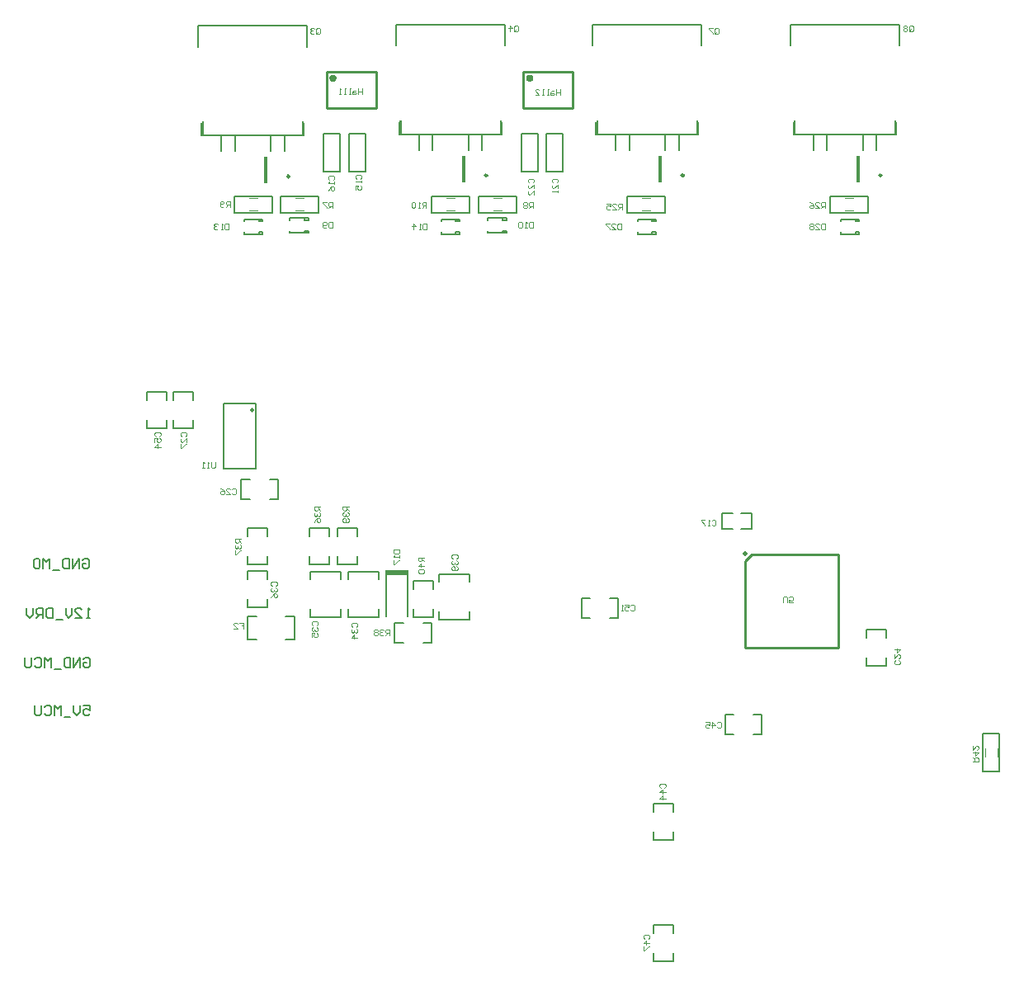
<source format=gbo>
G04 Layer_Color=32896*
%FSLAX44Y44*%
%MOMM*%
G71*
G01*
G75*
%ADD39C,0.5080*%
%ADD40C,0.2540*%
%ADD72C,0.2500*%
%ADD74C,0.1270*%
%ADD76C,0.1000*%
%ADD77C,0.7620*%
%ADD78C,0.2000*%
%ADD79C,0.1778*%
%ADD81C,0.1016*%
%ADD82R,0.3500X2.8000*%
%ADD138R,2.3368X0.5080*%
D39*
X-242478Y433928D02*
X-242351D01*
D40*
X-242097Y338043D02*
Y339694D01*
Y338043D02*
X-147609D01*
X-146720D01*
X-146593Y338170D01*
Y433293D01*
X-242097Y338297D02*
Y426181D01*
X-234985Y433293D01*
X-234731D01*
X-234223Y433674D02*
X-146974D01*
X-146593Y433293D01*
X-469750Y928878D02*
X-418950D01*
Y891032D02*
Y928878D01*
X-469750Y891032D02*
X-418950D01*
X-469750D02*
Y928878D01*
X-671680D02*
X-620880D01*
Y891032D02*
Y928878D01*
X-671680Y891032D02*
X-620880D01*
X-671680D02*
Y928878D01*
D72*
X-746780Y581640D02*
G03*
X-746780Y581640I-1250J0D01*
G01*
X-709618Y821256D02*
G03*
X-709618Y821256I-1250J0D01*
G01*
X-506672Y822272D02*
G03*
X-506672Y822272I-1250J0D01*
G01*
X-304996D02*
G03*
X-304996Y822272I-1250J0D01*
G01*
X-102050D02*
G03*
X-102050Y822272I-1250J0D01*
G01*
D74*
X-563984Y783844D02*
X-525122D01*
X-563984D02*
Y800862D01*
X-525122D01*
Y783844D02*
Y800862D01*
X-446636Y826262D02*
Y865124D01*
X-429618D01*
Y826262D02*
Y865124D01*
X-446636Y826262D02*
X-429618D01*
X-472036D02*
Y865124D01*
X-455018D01*
Y826262D02*
Y865124D01*
X-472036Y826262D02*
X-455018D01*
X-648566D02*
Y865124D01*
X-631548D01*
Y826262D02*
Y865124D01*
X-648566Y826262D02*
X-631548D01*
X-675236D02*
Y865124D01*
X-658218D01*
Y826262D02*
Y865124D01*
X-675236Y826262D02*
X-658218D01*
X-116182Y783844D02*
Y800862D01*
X-155044D02*
X-116182D01*
X-155044Y783844D02*
Y800862D01*
Y783844D02*
X-116182D01*
X-727129D02*
Y800862D01*
X-765991D02*
X-727129D01*
X-765991Y783844D02*
Y800862D01*
Y783844D02*
X-727129D01*
X-515978Y784098D02*
Y801116D01*
Y784098D02*
X-477116D01*
Y801116D01*
X-515978D02*
X-477116D01*
X-719178Y784098D02*
Y801116D01*
Y784098D02*
X-680316D01*
Y801116D01*
X-719178D02*
X-680316D01*
X-695986Y863062D02*
X-695886D01*
X-798586D02*
Y877562D01*
Y863062D02*
X-695986D01*
X-714936Y847062D02*
Y863062D01*
X-798686D02*
X-798586D01*
X-765736Y847062D02*
Y863062D01*
X-728836Y847062D02*
Y863062D01*
X-695986D02*
Y877562D01*
X-798686Y863062D02*
Y877562D01*
X-779636Y847062D02*
Y863062D01*
X-576690Y848078D02*
Y864078D01*
X-595740D02*
Y878578D01*
X-493040Y864078D02*
Y878578D01*
X-525890Y848078D02*
Y864078D01*
X-562790Y848078D02*
Y864078D01*
X-595740D02*
X-595640D01*
X-511990Y848078D02*
Y864078D01*
X-595640D02*
X-493040D01*
X-595640D02*
Y878578D01*
X-493040Y864078D02*
X-492940D01*
X-291364D02*
X-291264D01*
X-393964D02*
Y878578D01*
Y864078D02*
X-291364D01*
X-310314Y848078D02*
Y864078D01*
X-394064D02*
X-393964D01*
X-361114Y848078D02*
Y864078D01*
X-324214Y848078D02*
Y864078D01*
X-291364D02*
Y878578D01*
X-394064Y864078D02*
Y878578D01*
X-375014Y848078D02*
Y864078D01*
X-172068Y848078D02*
Y864078D01*
X-191118D02*
Y878578D01*
X-88418Y864078D02*
Y878578D01*
X-121268Y848078D02*
Y864078D01*
X-158168Y848078D02*
Y864078D01*
X-191118D02*
X-191018D01*
X-107368Y848078D02*
Y864078D01*
X-191018D02*
X-88418D01*
X-191018D02*
Y878578D01*
X-88418Y864078D02*
X-88318D01*
X-324462Y783844D02*
Y800862D01*
X-363324D02*
X-324462D01*
X-363324Y783844D02*
Y800862D01*
Y783844D02*
X-324462D01*
X18796Y210566D02*
Y249428D01*
X1778Y210566D02*
X18796D01*
X1778D02*
Y249428D01*
X18796D01*
X-921065Y277967D02*
X-914400D01*
Y272968D01*
X-917732Y274634D01*
X-919398D01*
X-921065Y272968D01*
Y269636D01*
X-919398Y267970D01*
X-916066D01*
X-914400Y269636D01*
X-924397Y277967D02*
Y271302D01*
X-927729Y267970D01*
X-931061Y271302D01*
Y277967D01*
X-934394Y266304D02*
X-941058D01*
X-944390Y267970D02*
Y277967D01*
X-947723Y274634D01*
X-951055Y277967D01*
Y267970D01*
X-961052Y276301D02*
X-959386Y277967D01*
X-956053D01*
X-954387Y276301D01*
Y269636D01*
X-956053Y267970D01*
X-959386D01*
X-961052Y269636D01*
X-964384Y277967D02*
Y269636D01*
X-966050Y267970D01*
X-969382D01*
X-971048Y269636D01*
Y277967D01*
X-921065Y325831D02*
X-919398Y327497D01*
X-916066D01*
X-914400Y325831D01*
Y319166D01*
X-916066Y317500D01*
X-919398D01*
X-921065Y319166D01*
Y322498D01*
X-917732D01*
X-924397Y317500D02*
Y327497D01*
X-931061Y317500D01*
Y327497D01*
X-934394D02*
Y317500D01*
X-939392D01*
X-941058Y319166D01*
Y325831D01*
X-939392Y327497D01*
X-934394D01*
X-944390Y315834D02*
X-951055D01*
X-954387Y317500D02*
Y327497D01*
X-957719Y324165D01*
X-961052Y327497D01*
Y317500D01*
X-971048Y325831D02*
X-969382Y327497D01*
X-966050D01*
X-964384Y325831D01*
Y319166D01*
X-966050Y317500D01*
X-969382D01*
X-971048Y319166D01*
X-974381Y327497D02*
Y319166D01*
X-976047Y317500D01*
X-979379D01*
X-981045Y319166D01*
Y327497D01*
X-914400Y368300D02*
X-917732D01*
X-916066D01*
Y378297D01*
X-914400Y376631D01*
X-929395Y368300D02*
X-922731D01*
X-929395Y374964D01*
Y376631D01*
X-927729Y378297D01*
X-924397D01*
X-922731Y376631D01*
X-932727Y378297D02*
Y371632D01*
X-936060Y368300D01*
X-939392Y371632D01*
Y378297D01*
X-942724Y366634D02*
X-949389D01*
X-952721Y378297D02*
Y368300D01*
X-957719D01*
X-959386Y369966D01*
Y376631D01*
X-957719Y378297D01*
X-952721D01*
X-962718Y368300D02*
Y378297D01*
X-967716D01*
X-969382Y376631D01*
Y373298D01*
X-967716Y371632D01*
X-962718D01*
X-966050D02*
X-969382Y368300D01*
X-972714Y378297D02*
Y371632D01*
X-976047Y368300D01*
X-979379Y371632D01*
Y378297D01*
X-922335Y427431D02*
X-920668Y429097D01*
X-917336D01*
X-915670Y427431D01*
Y420766D01*
X-917336Y419100D01*
X-920668D01*
X-922335Y420766D01*
Y424098D01*
X-919002D01*
X-925667Y419100D02*
Y429097D01*
X-932331Y419100D01*
Y429097D01*
X-935664D02*
Y419100D01*
X-940662D01*
X-942328Y420766D01*
Y427431D01*
X-940662Y429097D01*
X-935664D01*
X-945660Y417434D02*
X-952325D01*
X-955657Y419100D02*
Y429097D01*
X-958989Y425765D01*
X-962322Y429097D01*
Y419100D01*
X-970652Y429097D02*
X-967320D01*
X-965654Y427431D01*
Y420766D01*
X-967320Y419100D01*
X-970652D01*
X-972318Y420766D01*
Y427431D01*
X-970652Y429097D01*
D76*
X-786130Y527968D02*
Y522970D01*
X-787130Y521970D01*
X-789129D01*
X-790129Y522970D01*
Y527968D01*
X-792128Y521970D02*
X-794127D01*
X-793128D01*
Y527968D01*
X-792128Y526968D01*
X-797126Y521970D02*
X-799126D01*
X-798126D01*
Y527968D01*
X-797126Y526968D01*
X-847008Y554801D02*
X-848008Y555801D01*
Y557800D01*
X-847008Y558800D01*
X-843010D01*
X-842010Y557800D01*
Y555801D01*
X-843010Y554801D01*
X-848008Y548803D02*
Y552802D01*
X-845009D01*
X-846009Y550803D01*
Y549803D01*
X-845009Y548803D01*
X-843010D01*
X-842010Y549803D01*
Y551802D01*
X-843010Y552802D01*
X-842010Y543805D02*
X-848008D01*
X-845009Y546804D01*
Y542805D01*
X-820338Y554801D02*
X-821338Y555801D01*
Y557800D01*
X-820338Y558800D01*
X-816340D01*
X-815340Y557800D01*
Y555801D01*
X-816340Y554801D01*
X-815340Y548803D02*
Y552802D01*
X-819339Y548803D01*
X-820338D01*
X-821338Y549803D01*
Y551802D01*
X-820338Y552802D01*
X-821338Y546804D02*
Y542805D01*
X-820338D01*
X-816340Y546804D01*
X-815340D01*
X-768539Y500298D02*
X-767539Y501298D01*
X-765540D01*
X-764540Y500298D01*
Y496300D01*
X-765540Y495300D01*
X-767539D01*
X-768539Y496300D01*
X-774537Y495300D02*
X-770538D01*
X-774537Y499299D01*
Y500298D01*
X-773537Y501298D01*
X-771538D01*
X-770538Y500298D01*
X-780535Y501298D02*
X-778536Y500298D01*
X-776536Y498299D01*
Y496300D01*
X-777536Y495300D01*
X-779535D01*
X-780535Y496300D01*
Y497299D01*
X-779535Y498299D01*
X-776536D01*
X-571770Y430260D02*
X-577768D01*
Y427261D01*
X-576768Y426261D01*
X-574769D01*
X-573769Y427261D01*
Y430260D01*
Y428261D02*
X-571770Y426261D01*
Y421263D02*
X-577768D01*
X-574769Y424262D01*
Y420263D01*
X-576768Y418264D02*
X-577768Y417264D01*
Y415265D01*
X-576768Y414265D01*
X-572770D01*
X-571770Y415265D01*
Y417264D01*
X-572770Y418264D01*
X-576768D01*
X-607060Y350520D02*
Y356518D01*
X-610059D01*
X-611059Y355518D01*
Y353519D01*
X-610059Y352519D01*
X-607060D01*
X-609059D02*
X-611059Y350520D01*
X-613058Y355518D02*
X-614058Y356518D01*
X-616057D01*
X-617057Y355518D01*
Y354519D01*
X-616057Y353519D01*
X-615057D01*
X-616057D01*
X-617057Y352519D01*
Y351520D01*
X-616057Y350520D01*
X-614058D01*
X-613058Y351520D01*
X-619056Y355518D02*
X-620056Y356518D01*
X-622055D01*
X-623055Y355518D01*
Y354519D01*
X-622055Y353519D01*
X-623055Y352519D01*
Y351520D01*
X-622055Y350520D01*
X-620056D01*
X-619056Y351520D01*
Y352519D01*
X-620056Y353519D01*
X-619056Y354519D01*
Y355518D01*
X-620056Y353519D02*
X-622055D01*
X-685718Y360491D02*
X-686718Y361491D01*
Y363490D01*
X-685718Y364490D01*
X-681720D01*
X-680720Y363490D01*
Y361491D01*
X-681720Y360491D01*
X-685718Y358492D02*
X-686718Y357492D01*
Y355493D01*
X-685718Y354493D01*
X-684719D01*
X-683719Y355493D01*
Y356493D01*
Y355493D01*
X-682719Y354493D01*
X-681720D01*
X-680720Y355493D01*
Y357492D01*
X-681720Y358492D01*
X-686718Y348495D02*
Y352494D01*
X-683719D01*
X-684719Y350494D01*
Y349495D01*
X-683719Y348495D01*
X-681720D01*
X-680720Y349495D01*
Y351494D01*
X-681720Y352494D01*
X-645078Y359221D02*
X-646078Y360221D01*
Y362220D01*
X-645078Y363220D01*
X-641080D01*
X-640080Y362220D01*
Y360221D01*
X-641080Y359221D01*
X-645078Y357222D02*
X-646078Y356222D01*
Y354223D01*
X-645078Y353223D01*
X-644079D01*
X-643079Y354223D01*
Y355223D01*
Y354223D01*
X-642079Y353223D01*
X-641080D01*
X-640080Y354223D01*
Y356222D01*
X-641080Y357222D01*
X-640080Y348225D02*
X-646078D01*
X-643079Y351224D01*
Y347225D01*
X-602898Y438150D02*
X-596900D01*
Y435151D01*
X-597900Y434151D01*
X-601898D01*
X-602898Y435151D01*
Y438150D01*
X-596900Y432152D02*
Y430153D01*
Y431152D01*
X-602898D01*
X-601898Y432152D01*
X-602898Y427154D02*
Y423155D01*
X-601898D01*
X-597900Y427154D01*
X-596900D01*
X-8890Y220980D02*
X-2892D01*
Y223979D01*
X-3892Y224979D01*
X-5891D01*
X-6891Y223979D01*
Y220980D01*
Y222979D02*
X-8890Y224979D01*
Y229977D02*
X-2892D01*
X-5891Y226978D01*
Y230977D01*
X-8890Y236975D02*
Y232976D01*
X-4891Y236975D01*
X-3892D01*
X-2892Y235975D01*
Y233976D01*
X-3892Y232976D01*
X-345358Y39181D02*
X-346358Y40181D01*
Y42180D01*
X-345358Y43180D01*
X-341360D01*
X-340360Y42180D01*
Y40181D01*
X-341360Y39181D01*
X-340360Y34183D02*
X-346358D01*
X-343359Y37182D01*
Y33183D01*
X-346358Y31184D02*
Y27185D01*
X-345358D01*
X-341360Y31184D01*
X-340360D01*
X-270699Y260268D02*
X-269699Y261268D01*
X-267700D01*
X-266700Y260268D01*
Y256270D01*
X-267700Y255270D01*
X-269699D01*
X-270699Y256270D01*
X-275697Y255270D02*
Y261268D01*
X-272698Y258269D01*
X-276697D01*
X-282695Y261268D02*
X-278696D01*
Y258269D01*
X-280695Y259269D01*
X-281695D01*
X-282695Y258269D01*
Y256270D01*
X-281695Y255270D01*
X-279696D01*
X-278696Y256270D01*
X-328848Y194121D02*
X-329848Y195121D01*
Y197120D01*
X-328848Y198120D01*
X-324850D01*
X-323850Y197120D01*
Y195121D01*
X-324850Y194121D01*
X-323850Y189123D02*
X-329848D01*
X-326849Y192122D01*
Y188123D01*
X-323850Y183125D02*
X-329848D01*
X-326849Y186124D01*
Y182125D01*
X-203200Y383892D02*
Y388890D01*
X-202200Y389890D01*
X-200201D01*
X-199201Y388890D01*
Y383892D01*
X-193203D02*
X-197202D01*
Y386891D01*
X-195203Y385891D01*
X-194203D01*
X-193203Y386891D01*
Y388890D01*
X-194203Y389890D01*
X-196202D01*
X-197202Y388890D01*
X-84283Y324674D02*
X-83283Y323674D01*
Y321675D01*
X-84283Y320675D01*
X-88281D01*
X-89281Y321675D01*
Y323674D01*
X-88281Y324674D01*
X-89281Y330672D02*
Y326673D01*
X-85282Y330672D01*
X-84283D01*
X-83283Y329672D01*
Y327673D01*
X-84283Y326673D01*
X-89281Y335670D02*
X-83283D01*
X-86282Y332671D01*
Y336670D01*
X-276319Y467818D02*
X-275319Y468818D01*
X-273320D01*
X-272320Y467818D01*
Y463820D01*
X-273320Y462820D01*
X-275319D01*
X-276319Y463820D01*
X-278318Y462820D02*
X-280317D01*
X-279318D01*
Y468818D01*
X-278318Y467818D01*
X-283316Y468818D02*
X-287315D01*
Y467818D01*
X-283316Y463820D01*
Y462820D01*
X-369110Y772618D02*
Y766620D01*
X-372109D01*
X-373109Y767620D01*
Y771618D01*
X-372109Y772618D01*
X-369110D01*
X-379107Y766620D02*
X-375108D01*
X-379107Y770619D01*
Y771618D01*
X-378107Y772618D01*
X-376108D01*
X-375108Y771618D01*
X-381106Y772618D02*
X-385105D01*
Y771618D01*
X-381106Y767620D01*
Y766620D01*
X-160020Y773078D02*
Y767080D01*
X-163019D01*
X-164019Y768080D01*
Y772078D01*
X-163019Y773078D01*
X-160020D01*
X-170017Y767080D02*
X-166018D01*
X-170017Y771079D01*
Y772078D01*
X-169017Y773078D01*
X-167018D01*
X-166018Y772078D01*
X-172016D02*
X-173016Y773078D01*
X-175015D01*
X-176015Y772078D01*
Y771079D01*
X-175015Y770079D01*
X-176015Y769079D01*
Y768080D01*
X-175015Y767080D01*
X-173016D01*
X-172016Y768080D01*
Y769079D01*
X-173016Y770079D01*
X-172016Y771079D01*
Y772078D01*
X-173016Y770079D02*
X-175015D01*
X-648970Y482600D02*
X-654968D01*
Y479601D01*
X-653968Y478601D01*
X-651969D01*
X-650969Y479601D01*
Y482600D01*
Y480601D02*
X-648970Y478601D01*
X-653968Y476602D02*
X-654968Y475602D01*
Y473603D01*
X-653968Y472603D01*
X-652969D01*
X-651969Y473603D01*
Y474603D01*
Y473603D01*
X-650969Y472603D01*
X-649970D01*
X-648970Y473603D01*
Y475602D01*
X-649970Y476602D01*
Y470604D02*
X-648970Y469604D01*
Y467605D01*
X-649970Y466605D01*
X-653968D01*
X-654968Y467605D01*
Y469604D01*
X-653968Y470604D01*
X-652969D01*
X-651969Y469604D01*
Y466605D01*
X-759460Y449580D02*
X-765458D01*
Y446581D01*
X-764458Y445581D01*
X-762459D01*
X-761459Y446581D01*
Y449580D01*
Y447581D02*
X-759460Y445581D01*
X-764458Y443582D02*
X-765458Y442582D01*
Y440583D01*
X-764458Y439583D01*
X-763459D01*
X-762459Y440583D01*
Y441583D01*
Y440583D01*
X-761459Y439583D01*
X-760460D01*
X-759460Y440583D01*
Y442582D01*
X-760460Y443582D01*
X-765458Y437584D02*
Y433585D01*
X-764458D01*
X-760460Y437584D01*
X-759460D01*
X-678180Y482600D02*
X-684178D01*
Y479601D01*
X-683178Y478601D01*
X-681179D01*
X-680179Y479601D01*
Y482600D01*
Y480601D02*
X-678180Y478601D01*
X-683178Y476602D02*
X-684178Y475602D01*
Y473603D01*
X-683178Y472603D01*
X-682179D01*
X-681179Y473603D01*
Y474603D01*
Y473603D01*
X-680179Y472603D01*
X-679180D01*
X-678180Y473603D01*
Y475602D01*
X-679180Y476602D01*
X-684178Y466605D02*
X-683178Y468605D01*
X-681179Y470604D01*
X-679180D01*
X-678180Y469604D01*
Y467605D01*
X-679180Y466605D01*
X-680179D01*
X-681179Y467605D01*
Y470604D01*
X-760999Y363328D02*
X-757000D01*
Y360329D01*
X-758999D01*
X-757000D01*
Y357330D01*
X-766997D02*
X-762998D01*
X-766997Y361329D01*
Y362328D01*
X-765997Y363328D01*
X-763998D01*
X-762998Y362328D01*
X-727628Y401131D02*
X-728628Y402131D01*
Y404130D01*
X-727628Y405130D01*
X-723630D01*
X-722630Y404130D01*
Y402131D01*
X-723630Y401131D01*
X-727628Y399132D02*
X-728628Y398132D01*
Y396133D01*
X-727628Y395133D01*
X-726629D01*
X-725629Y396133D01*
Y397133D01*
Y396133D01*
X-724629Y395133D01*
X-723630D01*
X-722630Y396133D01*
Y398132D01*
X-723630Y399132D01*
X-728628Y389135D02*
X-727628Y391134D01*
X-725629Y393134D01*
X-723630D01*
X-722630Y392134D01*
Y390135D01*
X-723630Y389135D01*
X-724629D01*
X-725629Y390135D01*
Y393134D01*
X-542208Y429071D02*
X-543208Y430071D01*
Y432070D01*
X-542208Y433070D01*
X-538210D01*
X-537210Y432070D01*
Y430071D01*
X-538210Y429071D01*
X-542208Y427072D02*
X-543208Y426072D01*
Y424073D01*
X-542208Y423073D01*
X-541209D01*
X-540209Y424073D01*
Y425073D01*
Y424073D01*
X-539209Y423073D01*
X-538210D01*
X-537210Y424073D01*
Y426072D01*
X-538210Y427072D01*
Y421074D02*
X-537210Y420074D01*
Y418075D01*
X-538210Y417075D01*
X-542208D01*
X-543208Y418075D01*
Y420074D01*
X-542208Y421074D01*
X-541209D01*
X-540209Y420074D01*
Y417075D01*
X-160020Y788670D02*
Y794668D01*
X-163019D01*
X-164019Y793668D01*
Y791669D01*
X-163019Y790669D01*
X-160020D01*
X-162019D02*
X-164019Y788670D01*
X-170017D02*
X-166018D01*
X-170017Y792669D01*
Y793668D01*
X-169017Y794668D01*
X-167018D01*
X-166018Y793668D01*
X-176015Y794668D02*
X-174016Y793668D01*
X-172016Y791669D01*
Y789670D01*
X-173016Y788670D01*
X-175015D01*
X-176015Y789670D01*
Y790669D01*
X-175015Y791669D01*
X-172016D01*
X-368300Y787400D02*
Y793398D01*
X-371299D01*
X-372299Y792398D01*
Y790399D01*
X-371299Y789399D01*
X-368300D01*
X-370299D02*
X-372299Y787400D01*
X-378297D02*
X-374298D01*
X-378297Y791399D01*
Y792398D01*
X-377297Y793398D01*
X-375298D01*
X-374298Y792398D01*
X-384295Y793398D02*
X-380296D01*
Y790399D01*
X-382295Y791399D01*
X-383295D01*
X-384295Y790399D01*
Y788400D01*
X-383295Y787400D01*
X-381296D01*
X-380296Y788400D01*
X-569500Y789210D02*
Y795208D01*
X-572499D01*
X-573499Y794208D01*
Y792209D01*
X-572499Y791209D01*
X-569500D01*
X-571499D02*
X-573499Y789210D01*
X-575498D02*
X-577497D01*
X-576498D01*
Y795208D01*
X-575498Y794208D01*
X-580496D02*
X-581496Y795208D01*
X-583495D01*
X-584495Y794208D01*
Y790210D01*
X-583495Y789210D01*
X-581496D01*
X-580496Y790210D01*
Y794208D01*
X-770890Y789940D02*
Y795938D01*
X-773889D01*
X-774889Y794938D01*
Y792939D01*
X-773889Y791939D01*
X-770890D01*
X-772889D02*
X-774889Y789940D01*
X-776888Y790940D02*
X-777888Y789940D01*
X-779887D01*
X-780887Y790940D01*
Y794938D01*
X-779887Y795938D01*
X-777888D01*
X-776888Y794938D01*
Y793939D01*
X-777888Y792939D01*
X-780887D01*
X-459740Y788670D02*
Y794668D01*
X-462739D01*
X-463739Y793668D01*
Y791669D01*
X-462739Y790669D01*
X-459740D01*
X-461739D02*
X-463739Y788670D01*
X-465738Y793668D02*
X-466738Y794668D01*
X-468737D01*
X-469737Y793668D01*
Y792669D01*
X-468737Y791669D01*
X-469737Y790669D01*
Y789670D01*
X-468737Y788670D01*
X-466738D01*
X-465738Y789670D01*
Y790669D01*
X-466738Y791669D01*
X-465738Y792669D01*
Y793668D01*
X-466738Y791669D02*
X-468737D01*
X-665480Y788670D02*
Y794668D01*
X-668479D01*
X-669479Y793668D01*
Y791669D01*
X-668479Y790669D01*
X-665480D01*
X-667479D02*
X-669479Y788670D01*
X-671478Y794668D02*
X-675477D01*
Y793668D01*
X-671478Y789670D01*
Y788670D01*
X-73849Y971280D02*
Y975278D01*
X-72849Y976278D01*
X-70850D01*
X-69850Y975278D01*
Y971280D01*
X-70850Y970280D01*
X-72849D01*
X-71849Y972279D02*
X-73849Y970280D01*
X-72849D02*
X-73849Y971280D01*
X-75848Y975278D02*
X-76848Y976278D01*
X-78847D01*
X-79847Y975278D01*
Y974279D01*
X-78847Y973279D01*
X-79847Y972279D01*
Y971280D01*
X-78847Y970280D01*
X-76848D01*
X-75848Y971280D01*
Y972279D01*
X-76848Y973279D01*
X-75848Y974279D01*
Y975278D01*
X-76848Y973279D02*
X-78847D01*
X-273089Y968740D02*
Y972738D01*
X-272089Y973738D01*
X-270090D01*
X-269090Y972738D01*
Y968740D01*
X-270090Y967740D01*
X-272089D01*
X-271089Y969739D02*
X-273089Y967740D01*
X-272089D02*
X-273089Y968740D01*
X-275088Y973738D02*
X-279087D01*
Y972738D01*
X-275088Y968740D01*
Y967740D01*
X-478829Y971280D02*
Y975278D01*
X-477829Y976278D01*
X-475830D01*
X-474830Y975278D01*
Y971280D01*
X-475830Y970280D01*
X-477829D01*
X-476829Y972279D02*
X-478829Y970280D01*
X-477829D02*
X-478829Y971280D01*
X-483827Y970280D02*
Y976278D01*
X-480828Y973279D01*
X-484827D01*
X-682029Y968740D02*
Y972738D01*
X-681029Y973738D01*
X-679030D01*
X-678030Y972738D01*
Y968740D01*
X-679030Y967740D01*
X-681029D01*
X-680029Y969739D02*
X-682029Y967740D01*
X-681029D02*
X-682029Y968740D01*
X-684028Y972738D02*
X-685028Y973738D01*
X-687027D01*
X-688027Y972738D01*
Y971739D01*
X-687027Y970739D01*
X-686027D01*
X-687027D01*
X-688027Y969739D01*
Y968740D01*
X-687027Y967740D01*
X-685028D01*
X-684028Y968740D01*
X-431650Y910873D02*
Y904875D01*
Y907874D01*
X-435649D01*
Y910873D01*
Y904875D01*
X-438648Y908874D02*
X-440647D01*
X-441647Y907874D01*
Y904875D01*
X-438648D01*
X-437648Y905875D01*
X-438648Y906874D01*
X-441647D01*
X-443646Y904875D02*
X-445645D01*
X-444646D01*
Y910873D01*
X-443646D01*
X-448644Y904875D02*
X-450644D01*
X-449644D01*
Y910873D01*
X-448644D01*
X-457641Y904875D02*
X-453643D01*
X-457641Y908874D01*
Y909873D01*
X-456642Y910873D01*
X-454642D01*
X-453643Y909873D01*
X-634850Y911508D02*
Y905510D01*
Y908509D01*
X-638849D01*
Y911508D01*
Y905510D01*
X-641848Y909509D02*
X-643847D01*
X-644847Y908509D01*
Y905510D01*
X-641848D01*
X-640848Y906510D01*
X-641848Y907509D01*
X-644847D01*
X-646846Y905510D02*
X-648846D01*
X-647846D01*
Y911508D01*
X-646846D01*
X-651844Y905510D02*
X-653844D01*
X-652844D01*
Y911508D01*
X-651844D01*
X-656843Y905510D02*
X-658842D01*
X-657842D01*
Y911508D01*
X-656843Y910508D01*
X-568960Y773078D02*
Y767080D01*
X-571959D01*
X-572959Y768080D01*
Y772078D01*
X-571959Y773078D01*
X-568960D01*
X-574958Y767080D02*
X-576957D01*
X-575958D01*
Y773078D01*
X-574958Y772078D01*
X-582956Y767080D02*
Y773078D01*
X-579956Y770079D01*
X-583955D01*
X-772160Y773078D02*
Y767080D01*
X-775159D01*
X-776159Y768080D01*
Y772078D01*
X-775159Y773078D01*
X-772160D01*
X-778158Y767080D02*
X-780157D01*
X-779158D01*
Y773078D01*
X-778158Y772078D01*
X-783156D02*
X-784156Y773078D01*
X-786155D01*
X-787155Y772078D01*
Y771079D01*
X-786155Y770079D01*
X-785156D01*
X-786155D01*
X-787155Y769079D01*
Y768080D01*
X-786155Y767080D01*
X-784156D01*
X-783156Y768080D01*
X-460010Y774618D02*
Y768620D01*
X-463009D01*
X-464009Y769620D01*
Y773618D01*
X-463009Y774618D01*
X-460010D01*
X-466008Y768620D02*
X-468007D01*
X-467008D01*
Y774618D01*
X-466008Y773618D01*
X-471006D02*
X-472006Y774618D01*
X-474006D01*
X-475005Y773618D01*
Y769620D01*
X-474006Y768620D01*
X-472006D01*
X-471006Y769620D01*
Y773618D01*
X-665480Y774348D02*
Y768350D01*
X-668479D01*
X-669479Y769350D01*
Y773348D01*
X-668479Y774348D01*
X-665480D01*
X-671478Y769350D02*
X-672478Y768350D01*
X-674477D01*
X-675477Y769350D01*
Y773348D01*
X-674477Y774348D01*
X-672478D01*
X-671478Y773348D01*
Y772349D01*
X-672478Y771349D01*
X-675477D01*
X-463738Y814881D02*
X-464738Y815881D01*
Y817880D01*
X-463738Y818880D01*
X-459740D01*
X-458740Y817880D01*
Y815881D01*
X-459740Y814881D01*
X-458740Y808883D02*
Y812882D01*
X-462739Y808883D01*
X-463738D01*
X-464738Y809883D01*
Y811882D01*
X-463738Y812882D01*
X-458740Y802885D02*
Y806884D01*
X-462739Y802885D01*
X-463738D01*
X-464738Y803885D01*
Y805884D01*
X-463738Y806884D01*
X-439608Y814881D02*
X-440608Y815881D01*
Y817880D01*
X-439608Y818880D01*
X-435610D01*
X-434610Y817880D01*
Y815881D01*
X-435610Y814881D01*
X-434610Y808883D02*
Y812882D01*
X-438609Y808883D01*
X-439608D01*
X-440608Y809883D01*
Y811882D01*
X-439608Y812882D01*
X-434610Y806884D02*
Y804884D01*
Y805884D01*
X-440608D01*
X-439608Y806884D01*
X-669058Y817691D02*
X-670058Y818691D01*
Y820690D01*
X-669058Y821690D01*
X-665060D01*
X-664060Y820690D01*
Y818691D01*
X-665060Y817691D01*
X-664060Y815692D02*
Y813693D01*
Y814692D01*
X-670058D01*
X-669058Y815692D01*
X-670058Y806695D02*
X-669058Y808694D01*
X-667059Y810694D01*
X-665060D01*
X-664060Y809694D01*
Y807694D01*
X-665060Y806695D01*
X-666059D01*
X-667059Y807694D01*
Y810694D01*
X-641118Y818961D02*
X-642118Y819961D01*
Y821960D01*
X-641118Y822960D01*
X-637120D01*
X-636120Y821960D01*
Y819961D01*
X-637120Y818961D01*
X-636120Y816962D02*
Y814963D01*
Y815962D01*
X-642118D01*
X-641118Y816962D01*
X-642118Y807965D02*
Y811964D01*
X-639119D01*
X-640119Y809964D01*
Y808964D01*
X-639119Y807965D01*
X-637120D01*
X-636120Y808964D01*
Y810964D01*
X-637120Y811964D01*
X-359599Y380918D02*
X-358599Y381918D01*
X-356600D01*
X-355600Y380918D01*
Y376920D01*
X-356600Y375920D01*
X-358599D01*
X-359599Y376920D01*
X-365597Y381918D02*
X-361598D01*
Y378919D01*
X-363597Y379919D01*
X-364597D01*
X-365597Y378919D01*
Y376920D01*
X-364597Y375920D01*
X-362598D01*
X-361598Y376920D01*
X-367596Y375920D02*
X-369595D01*
X-368596D01*
Y381918D01*
X-367596Y380918D01*
D77*
X-463153Y921997D02*
G03*
X-463146Y922020I-1022J341D01*
G01*
X-665083Y921997D02*
G03*
X-665076Y922020I-1022J341D01*
G01*
D78*
X-776980Y521490D02*
X-744480D01*
X-776980Y588490D02*
X-744480D01*
Y521490D02*
Y588490D01*
X-776980Y521490D02*
Y588490D01*
X-337427Y775120D02*
X-333427D01*
X-337427D02*
Y777120D01*
Y762120D02*
Y764120D01*
X-333427D01*
X-352427Y762120D02*
X-333427D01*
X-352427Y777120D02*
X-333427D01*
X-352427Y762120D02*
Y764120D01*
X-333427Y762120D02*
Y764120D01*
X-352427Y775120D02*
Y777120D01*
X-333427Y775120D02*
Y777120D01*
X-128970Y775120D02*
X-124970D01*
X-128970D02*
Y777120D01*
Y762120D02*
Y764120D01*
X-124970D01*
X-143970Y762120D02*
X-124970D01*
X-143970Y777120D02*
X-124970D01*
X-143970Y762120D02*
Y764120D01*
X-124970Y762120D02*
Y764120D01*
X-143970Y775120D02*
Y777120D01*
X-124970Y775120D02*
Y777120D01*
X-535103Y775120D02*
Y777120D01*
X-554103Y775120D02*
Y777120D01*
X-535103Y762120D02*
Y764120D01*
X-554103Y762120D02*
Y764120D01*
Y777120D02*
X-535103D01*
X-554103Y762120D02*
X-535103D01*
X-539103Y764120D02*
X-535103D01*
X-539103Y762120D02*
Y764120D01*
Y775120D02*
Y777120D01*
Y775120D02*
X-535103D01*
X-737110D02*
Y777120D01*
X-756110Y775120D02*
Y777120D01*
X-737110Y762120D02*
Y764120D01*
X-756110Y762120D02*
Y764120D01*
Y777120D02*
X-737110D01*
X-756110Y762120D02*
X-737110D01*
X-741110Y764120D02*
X-737110D01*
X-741110Y762120D02*
Y764120D01*
Y775120D02*
Y777120D01*
Y775120D02*
X-737110D01*
X-690120Y776390D02*
Y778390D01*
X-709120Y776390D02*
Y778390D01*
X-690120Y763390D02*
Y765390D01*
X-709120Y763390D02*
Y765390D01*
Y778390D02*
X-690120D01*
X-709120Y763390D02*
X-690120D01*
X-694120Y765390D02*
X-690120D01*
X-694120Y763390D02*
Y765390D01*
Y776390D02*
Y778390D01*
Y776390D02*
X-690120D01*
X-486920D02*
Y778390D01*
X-505920Y776390D02*
Y778390D01*
X-486920Y763390D02*
Y765390D01*
X-505920Y763390D02*
Y765390D01*
Y778390D02*
X-486920D01*
X-505920Y763390D02*
X-486920D01*
X-490920Y765390D02*
X-486920D01*
X-490920Y763390D02*
Y765390D01*
Y776390D02*
Y778390D01*
Y776390D02*
X-486920D01*
X-694768Y863256D02*
Y875756D01*
X-799768Y863256D02*
X-694768D01*
X-799768D02*
Y875756D01*
X-596822Y864272D02*
Y876772D01*
Y864272D02*
X-491822D01*
Y876772D01*
X-290146Y864272D02*
Y876772D01*
X-395146Y864272D02*
X-290146D01*
X-395146D02*
Y876772D01*
X-192200Y864272D02*
Y876772D01*
Y864272D02*
X-87200D01*
Y876772D01*
X-265811Y475361D02*
X-254810D01*
X-265811Y469359D02*
Y475361D01*
Y459359D02*
Y469359D01*
Y459359D02*
X-254810D01*
X-246812Y475361D02*
X-235811D01*
Y459359D02*
Y475361D01*
X-246812Y459359D02*
X-235811D01*
D79*
X-759206Y510540D02*
X-750570D01*
X-759206Y500380D02*
Y510540D01*
Y490220D02*
Y500380D01*
Y490220D02*
X-750570D01*
X-730250D02*
X-721614D01*
Y500380D01*
Y510540D01*
X-730250D02*
X-721614D01*
X-835660Y591820D02*
Y600456D01*
X-845820D02*
X-835660D01*
X-855980D02*
X-845820D01*
X-855980Y591820D02*
Y600456D01*
Y562864D02*
Y571500D01*
Y562864D02*
X-845820D01*
X-835660D01*
Y571500D01*
X-808990Y591820D02*
Y600456D01*
X-819150D02*
X-808990D01*
X-829310D02*
X-819150D01*
X-829310Y591820D02*
Y600456D01*
Y562864D02*
Y571500D01*
Y562864D02*
X-819150D01*
X-808990D01*
Y571500D01*
X-556698Y366725D02*
X-525342D01*
Y374779D01*
X-556698Y366725D02*
Y374779D01*
Y405001D02*
Y413055D01*
X-525342Y405001D02*
Y413055D01*
X-556698D02*
X-525342D01*
X-562610Y397510D02*
Y406146D01*
X-572770D02*
X-562610D01*
X-582930D02*
X-572770D01*
X-582930Y397510D02*
Y406146D01*
Y368554D02*
Y377190D01*
Y368554D02*
X-572770D01*
X-562610D01*
Y377190D01*
X-572770Y342900D02*
X-564134D01*
Y353060D01*
Y363220D01*
X-572770D02*
X-564134D01*
X-601726D02*
X-593090D01*
X-601726Y353060D02*
Y363220D01*
Y342900D02*
Y353060D01*
Y342900D02*
X-593090D01*
X-713450Y346040D02*
X-704450D01*
Y370240D01*
X-713450D02*
X-704450D01*
X-752450D02*
X-743450D01*
X-752450Y346040D02*
Y370240D01*
Y346040D02*
X-743450D01*
X-688778Y415595D02*
X-657422D01*
Y407541D02*
Y415595D01*
X-688778Y407541D02*
Y415595D01*
Y369265D02*
Y377319D01*
X-657422Y369265D02*
Y377319D01*
X-688778Y369265D02*
X-657422D01*
X-649408Y415595D02*
X-618052D01*
Y407541D02*
Y415595D01*
X-649408Y407541D02*
Y415595D01*
Y369265D02*
Y377319D01*
X-618052Y369265D02*
Y377319D01*
X-649408Y369265D02*
X-618052D01*
X-753110Y407670D02*
Y416306D01*
X-742950D01*
X-732790D01*
Y407670D02*
Y416306D01*
Y378714D02*
Y387350D01*
X-742950Y378714D02*
X-732790D01*
X-753110D02*
X-742950D01*
X-753110D02*
Y387350D01*
X-588645Y369570D02*
Y414020D01*
X-610235Y369570D02*
Y414020D01*
X-753110Y452120D02*
Y460756D01*
X-742950D01*
X-732790D01*
Y452120D02*
Y460756D01*
Y423164D02*
Y431800D01*
X-742950Y423164D02*
X-732790D01*
X-753110D02*
X-742950D01*
X-753110D02*
Y431800D01*
X-669290Y423164D02*
Y431800D01*
X-679450Y423164D02*
X-669290D01*
X-689610D02*
X-679450D01*
X-689610D02*
Y431800D01*
Y452120D02*
Y460756D01*
X-679450D01*
X-669290D01*
Y452120D02*
Y460756D01*
X-660400Y452120D02*
Y460756D01*
X-650240D01*
X-640080D01*
Y452120D02*
Y460756D01*
Y423164D02*
Y431800D01*
X-650240Y423164D02*
X-640080D01*
X-660400D02*
X-650240D01*
X-660400D02*
Y431800D01*
X-233680Y269240D02*
X-225044D01*
Y259080D02*
Y269240D01*
Y248920D02*
Y259080D01*
X-233680Y248920D02*
X-225044D01*
X-262636D02*
X-254000D01*
X-262636D02*
Y259080D01*
Y269240D01*
X-254000D01*
X-118110Y347980D02*
Y356616D01*
X-107950D01*
X-97790D01*
Y347980D02*
Y356616D01*
Y319024D02*
Y327660D01*
X-107950Y319024D02*
X-97790D01*
X-118110D02*
X-107950D01*
X-118110D02*
Y327660D01*
X-803436Y954368D02*
Y976188D01*
X-691436D01*
Y954368D02*
Y976188D01*
X-488490Y955384D02*
Y977204D01*
X-600490D02*
X-488490D01*
X-600490Y955384D02*
Y977204D01*
X-398814Y955384D02*
Y977204D01*
X-286814D01*
Y955384D02*
Y977204D01*
X-83868Y955384D02*
Y977204D01*
X-195868D02*
X-83868D01*
X-195868Y955384D02*
Y977204D01*
X-409956Y388620D02*
X-401320D01*
X-409956Y378460D02*
Y388620D01*
Y368300D02*
Y378460D01*
Y368300D02*
X-401320D01*
X-381000D02*
X-372364D01*
Y378460D01*
Y388620D01*
X-381000D02*
X-372364D01*
X-336550Y168910D02*
Y177546D01*
X-326390D01*
X-316230D01*
Y168910D02*
Y177546D01*
Y139954D02*
Y148590D01*
X-326390Y139954D02*
X-316230D01*
X-336550D02*
X-326390D01*
X-336550D02*
Y148590D01*
Y15494D02*
Y24130D01*
Y15494D02*
X-326390D01*
X-316230D01*
Y24130D01*
Y44450D02*
Y53086D01*
X-326390D02*
X-316230D01*
X-336550D02*
X-326390D01*
X-336550Y44450D02*
Y53086D01*
D81*
X-548998Y798830D02*
X-540362D01*
X-548998Y786130D02*
X-540362D01*
X-140058D02*
X-131422D01*
X-140058Y798830D02*
X-131422D01*
X-751005Y786130D02*
X-742369D01*
X-751005Y798830D02*
X-742369D01*
X-500738D02*
X-492102D01*
X-500738Y786130D02*
X-492102D01*
X-703938Y798830D02*
X-695302D01*
X-703938Y786130D02*
X-695302D01*
X-348338D02*
X-339702D01*
X-348338Y798830D02*
X-339702D01*
X3810Y225552D02*
Y234188D01*
X16510Y225552D02*
Y234188D01*
D82*
X-733687Y827814D02*
D03*
X-530741Y828830D02*
D03*
X-329065D02*
D03*
X-126119D02*
D03*
D138*
X-599440Y414813D02*
D03*
M02*

</source>
